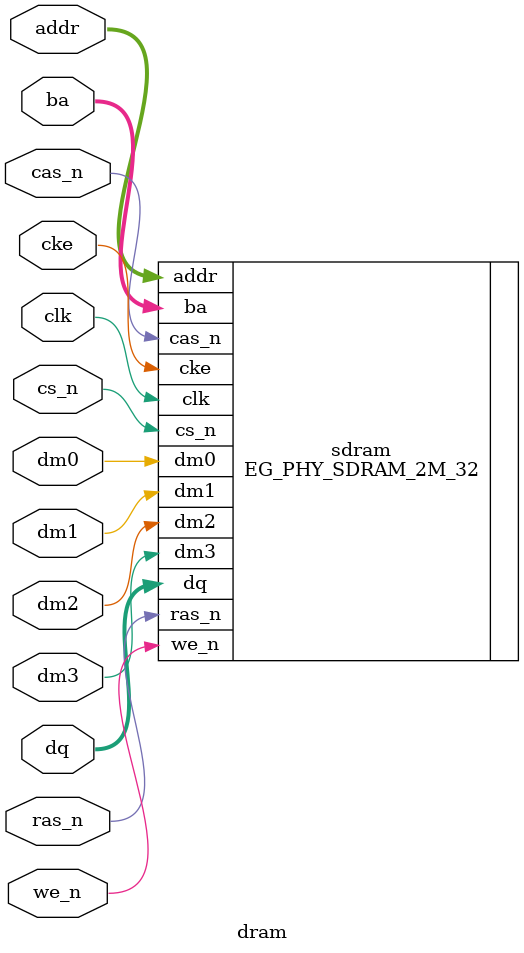
<source format=v>

`timescale 1ns / 1ps
module dram  // dram.v(14)
  (
  addr,
  ba,
  cas_n,
  cke,
  clk,
  cs_n,
  dm0,
  dm1,
  dm2,
  dm3,
  ras_n,
  we_n,
  dq
  );

  input [10:0] addr;  // dram.v(19)
  input [1:0] ba;  // dram.v(20)
  input cas_n;  // dram.v(17)
  input cke;  // dram.v(27)
  input clk;  // dram.v(15)
  input cs_n;  // dram.v(22)
  input dm0;  // dram.v(23)
  input dm1;  // dram.v(24)
  input dm2;  // dram.v(25)
  input dm3;  // dram.v(26)
  input ras_n;  // dram.v(16)
  input we_n;  // dram.v(18)
  inout [31:0] dq;  // dram.v(21)


  EG_PHY_CONFIG #(
    .DONE_PERSISTN("ENABLE"),
    .INIT_PERSISTN("ENABLE"),
    .JTAG_PERSISTN("DISABLE"),
    .PROGRAMN_PERSISTN("DISABLE"))
    config_inst ();
  EG_PHY_SDRAM_2M_32 sdram (
    .addr(addr),
    .ba(ba),
    .cas_n(cas_n),
    .cke(cke),
    .clk(clk),
    .cs_n(cs_n),
    .dm0(dm0),
    .dm1(dm1),
    .dm2(dm2),
    .dm3(dm3),
    .ras_n(ras_n),
    .we_n(we_n),
    .dq(dq));  // dram.v(29)

endmodule 


</source>
